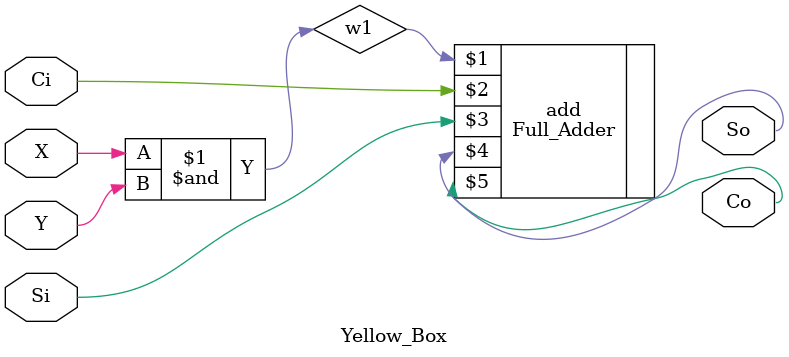
<source format=v>
`timescale 1ns / 1ps


module Yellow_Box(X,Y,Ci,Si,So,Co);

input X,Y,Ci,Si;
output So,Co;

wire w1;

assign w1 = X & Y;

Full_Adder add(w1,Ci,Si,So,Co);

endmodule

</source>
